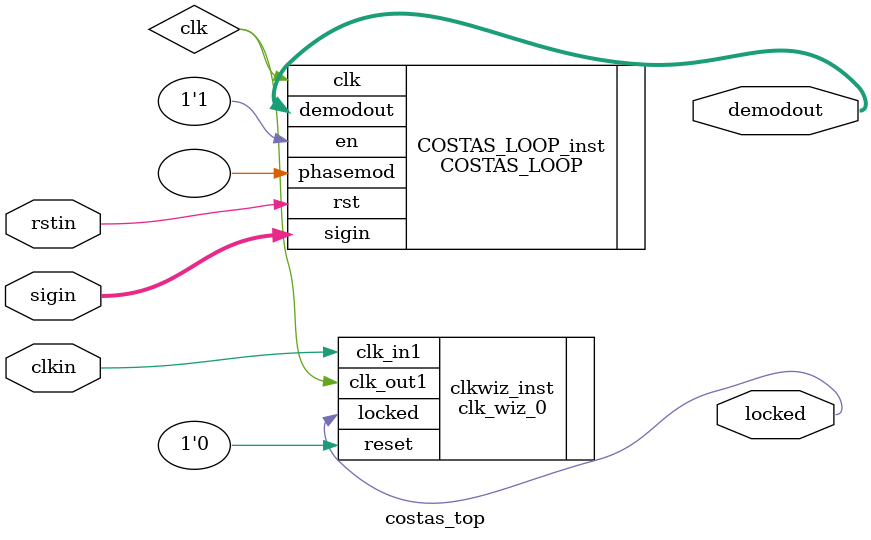
<source format=v>
`timescale 1ns / 1ps


module costas_top(
        input clkin,
        input rstin,
        input signed [13:0]sigin,
        output signed [13:0]demodout,
        output locked
    );
    wire clk;
    clk_wiz_0 clkwiz_inst(
        // Clock out ports
        .clk_out1(clk),     // output clk_out1
        // Status and control signals
        .reset(1'b0), // input reset
        .locked(locked),       // output locked
        // Clock in ports
        .clk_in1(clkin)
    );
    COSTAS_LOOP COSTAS_LOOP_inst(
        .clk(clk),
        .rst(rstin),
        .en(1'b1),
        .sigin(sigin),
        .demodout(demodout),
        .phasemod()
    );
endmodule

</source>
